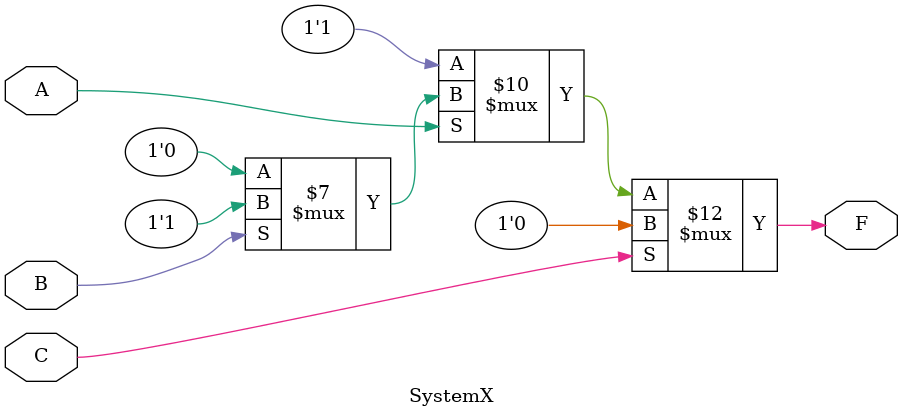
<source format=v>
module SystemX(A,B,C,F);
input wire A,B,C;
output reg F;

always@(*) begin
  if(C == 0) begin
      if(A == 0)
         F <= 1'b1;
		else begin
		   if(B == 1)
		      F <= 1'b1;
			else
			   F <= 1'b0;
		end
  end
  else
    F <= 1'b0;
end
endmodule
</source>
